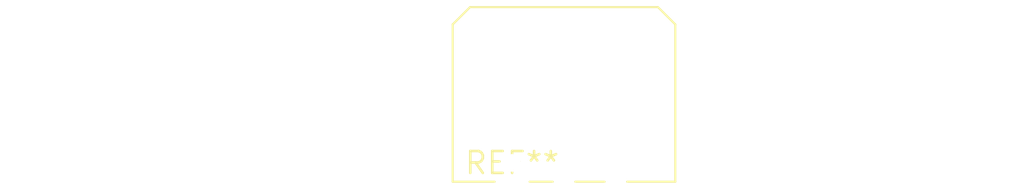
<source format=kicad_pcb>
(kicad_pcb (version 20240108) (generator pcbnew)
  (layers (0 "F.Cu" signal) (31 "B.Cu" signal) (34 "B.Paste" user) (35 "F.Paste" user) (36 "B.SilkS" user "B.Silkscreen") (37 "F.SilkS" user "F.Silkscreen") (38 "B.Mask" user) (39 "F.Mask" user) (44 "Edge.Cuts" user))
  (net 0 "")
  (footprint "Molex_Micro-Fit_3.0_43650-0300_1x03_P3.00mm_Horizontal" (layer "F.Cu") (at 0 0)
    (property "Reference" "REF**")
    (property "Value" "Molex_Micro-Fit_3.0_43650-0300_1x03_P3.00mm_Horizontal")
    (fp_line (start -3.435 -8.03) (end -2.435 -9.03) (layer "F.SilkS") (stroke (width 0.12)))
    (fp_line (start -3.435 1.09) (end -3.435 -8.03) (layer "F.SilkS") (stroke (width 0.12)))
    (fp_line (start -3.435 1.09) (end -1.01 1.09) (layer "F.SilkS") (stroke (width 0.12)))
    (fp_line (start -2.435 -9.03) (end 8.435 -9.03) (layer "F.SilkS") (stroke (width 0.12)))
    (fp_line (start 1.01 1.09) (end 2.348233 1.09) (layer "F.SilkS") (stroke (width 0.12)))
    (fp_line (start 3.651767 1.09) (end 5.348233 1.09) (layer "F.SilkS") (stroke (width 0.12)))
    (fp_line (start 8.435 -9.03) (end 9.435 -8.03) (layer "F.SilkS") (stroke (width 0.12)))
    (fp_line (start 9.435 -8.03) (end 9.435 1.09) (layer "F.SilkS") (stroke (width 0.12)))
    (fp_line (start 9.435 1.09) (end 6.651767 1.09) (layer "F.SilkS") (stroke (width 0.12)))
    (pad "" np_thru_hole circle (at 3 -4.32) (size 3 3) (drill 3) (layers *.Cu *.Mask))
    (pad "1" thru_hole roundrect (at 0 0) (size 1.5 2.02) (drill 1.02) (layers *.Cu *.Mask) (remove_unused_layers) (roundrect_rratio 0.166667))
    (pad "2" thru_hole oval (at 3 0) (size 1.5 2.02) (drill 1.02) (layers *.Cu *.Mask) (remove_unused_layers))
    (pad "3" thru_hole oval (at 6 0) (size 1.5 2.02) (drill 1.02) (layers *.Cu *.Mask) (remove_unused_layers))
  )
)
</source>
